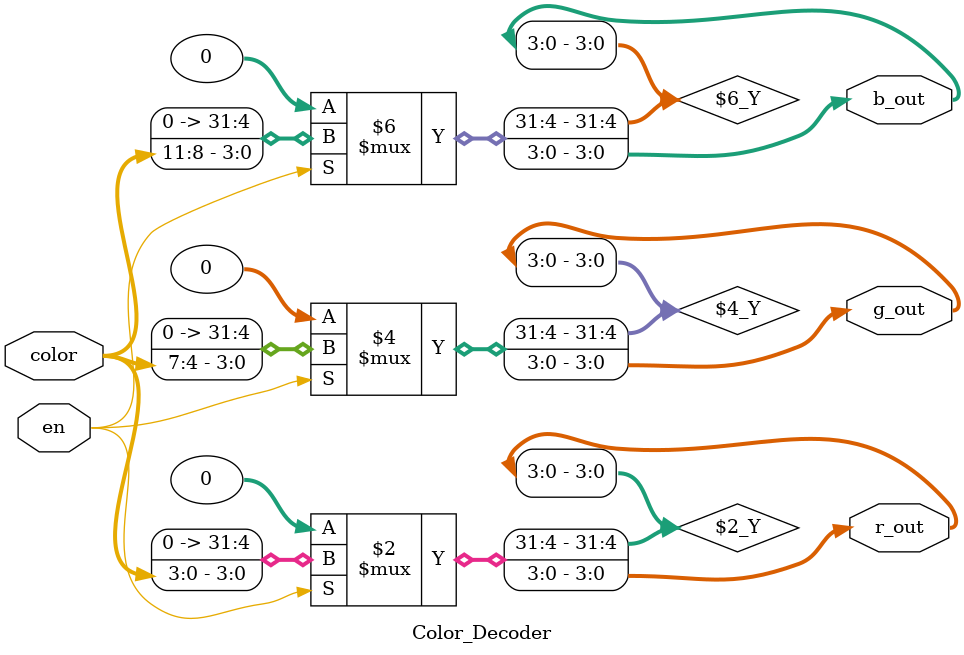
<source format=v>
module Color_Decoder(
	input				en,
	input		[11:0]	color,
	output		[3:0]	r_out,
	output		[3:0]	g_out,
	output		[3:0]	b_out
);

assign r_out = en ? color[3:0] : 0;
assign g_out = en ? color[7:4] : 0;
assign b_out = en ? color[11:8] : 0;

endmodule
</source>
